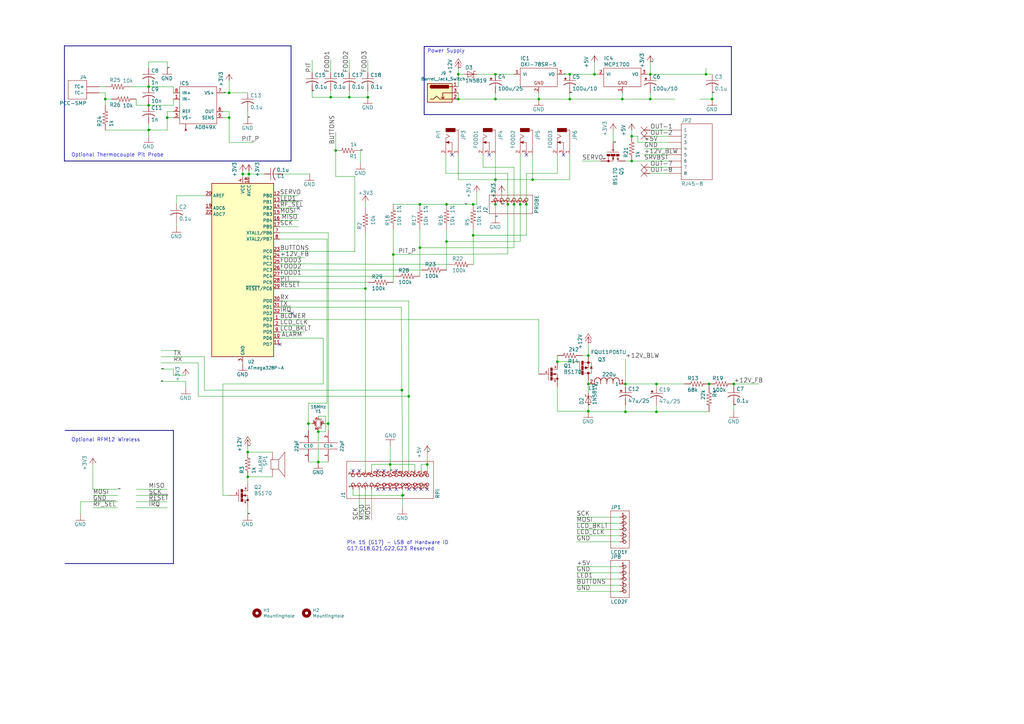
<source format=kicad_sch>
(kicad_sch (version 20231120) (generator "eeschema") (generator_version "8.0")
  (paper "A3")
  (junction (at 243.84 30.48))
  (junction (at 102.108 71.374))
  (junction (at 93.98 38.1))
  (junction (at 215.9 83.82))
  (junction (at 292.1 40.64))
  (junction (at 203.2 83.82))
  (junction (at 213.36 83.82))
  (junction (at 187.96 40.64))
  (junction (at 300.99 157.48))
  (junction (at 172.212 101.6))
  (junction (at 43.18 40.64))
  (junction (at 134.62 173.736))
  (junction (at 203.2 40.64))
  (junction (at 161.29 104.394))
  (junction (at 165.1 203.2))
  (junction (at 289.56 30.48))
  (junction (at 126.492 173.736))
  (junction (at 218.44 73.66))
  (junction (at 135.636 39.878))
  (junction (at 60.96 53.34))
  (junction (at 290.83 157.48))
  (junction (at 241.3 145.796))
  (junction (at 220.98 40.64))
  (junction (at 256.54 168.91))
  (junction (at 149.86 118.364))
  (junction (at 228.6 148.336))
  (junction (at 60.96 35.56))
  (junction (at 93.98 48.26))
  (junction (at 143.256 39.878))
  (junction (at 150.876 39.878))
  (junction (at 60.96 43.18))
  (junction (at 130.556 189.484))
  (junction (at 137.668 61.722))
  (junction (at 269.24 168.91))
  (junction (at 160.02 190.5))
  (junction (at 208.28 83.82))
  (junction (at 269.24 157.48))
  (junction (at 266.7 40.64))
  (junction (at 256.54 157.48))
  (junction (at 194.056 83.82))
  (junction (at 172.212 83.82))
  (junction (at 130.556 177.038))
  (junction (at 187.96 30.48))
  (junction (at 233.68 30.48))
  (junction (at 101.6 195.58))
  (junction (at 233.68 40.64))
  (junction (at 101.6 185.42))
  (junction (at 175.26 190.5))
  (junction (at 99.568 71.374))
  (junction (at 194.056 96.52))
  (junction (at 203.2 30.48))
  (junction (at 259.08 66.04))
  (junction (at 210.82 83.82))
  (junction (at 241.3 157.48))
  (junction (at 183.134 99.06))
  (junction (at 266.7 30.48))
  (junction (at 259.08 55.88))
  (junction (at 167.64 162.56))
  (junction (at 164.846 160.02))
  (junction (at 203.2 73.66))
  (junction (at 183.134 83.82))
  (junction (at 255.27 40.64))
  (junction (at 68.58 48.26))
  (junction (at 241.3 168.656))
  (no_connect (at 114.808 141.224))
  (no_connect (at 119.888 128.524))
  (no_connect (at 162.56 193.04))
  (no_connect (at 147.32 193.04))
  (no_connect (at 157.48 200.66))
  (no_connect (at 154.94 200.66))
  (no_connect (at 167.64 200.66))
  (no_connect (at 122.428 85.344))
  (no_connect (at 231.14 63.5))
  (no_connect (at 170.18 200.66))
  (no_connect (at 144.78 193.04))
  (no_connect (at 200.66 63.5))
  (no_connect (at 172.72 200.66))
  (no_connect (at 154.94 193.04))
  (no_connect (at 162.56 200.66))
  (no_connect (at 185.42 63.5))
  (no_connect (at 215.9 63.5))
  (no_connect (at 160.02 200.66))
  (no_connect (at 157.48 193.04))
  (no_connect (at 175.26 200.66))
  (wire (pts (xy 66.04 151.384) (xy 71.12 151.384)))
  (wire (pts (xy 71.12 48.26) (xy 68.58 48.26)))
  (wire (pts (xy 220.98 153.416) (xy 220.98 131.064)))
  (wire (pts (xy 66.04 156.464) (xy 76.2 156.464)))
  (wire (pts (xy 254.254 232.41) (xy 236.474 232.41)))
  (wire (pts (xy 274.32 55.88) (xy 266.7 55.88)))
  (bus (pts (xy 71.12 176.53) (xy 71.12 231.14)))
  (wire (pts (xy 128.016 39.878) (xy 135.636 39.878)))
  (wire (pts (xy 210.82 83.82) (xy 210.82 101.6)))
  (wire (pts (xy 164.846 160.02) (xy 165.1 193.04)))
  (wire (pts (xy 259.08 53.34) (xy 259.08 55.88)))
  (wire (pts (xy 150.876 37.338) (xy 150.876 39.878)))
  (wire (pts (xy 126.492 165.354) (xy 134.112 165.354)))
  (wire (pts (xy 182.88 63.5) (xy 182.88 71.12)))
  (wire (pts (xy 130.556 189.484) (xy 134.62 189.484)))
  (wire (pts (xy 145.542 103.124) (xy 114.808 103.124)))
  (wire (pts (xy 149.86 82.804) (xy 149.86 85.344)))
  (wire (pts (xy 203.2 40.64) (xy 220.98 40.64)))
  (wire (pts (xy 48.26 203.2) (xy 38.1 203.2)))
  (wire (pts (xy 274.32 68.58) (xy 266.7 68.58)))
  (wire (pts (xy 114.808 80.264) (xy 122.428 80.264)))
  (wire (pts (xy 128.016 29.718) (xy 128.016 24.638)))
  (wire (pts (xy 194.31 108.458) (xy 194.056 96.52)))
  (wire (pts (xy 101.6 195.58) (xy 101.6 198.12)))
  (wire (pts (xy 101.6 48.26) (xy 101.6 45.72)))
  (wire (pts (xy 187.96 73.66) (xy 187.96 63.5)))
  (wire (pts (xy 170.18 190.5) (xy 170.18 193.04)))
  (wire (pts (xy 289.56 27.94) (xy 289.56 30.48)))
  (wire (pts (xy 99.568 71.374) (xy 99.568 72.644)))
  (wire (pts (xy 150.876 29.718) (xy 150.876 24.638)))
  (wire (pts (xy 114.808 115.824) (xy 151.13 115.824)))
  (wire (pts (xy 60.96 25.4) (xy 60.96 27.94)))
  (wire (pts (xy 101.6 210.82) (xy 101.6 208.28)))
  (wire (pts (xy 160.02 190.5) (xy 170.18 190.5)))
  (wire (pts (xy 132.588 157.48) (xy 91.44 157.48)))
  (wire (pts (xy 172.212 83.82) (xy 183.134 83.82)))
  (wire (pts (xy 172.212 113.284) (xy 172.212 101.6)))
  (wire (pts (xy 161.29 93.98) (xy 161.29 104.394)))
  (wire (pts (xy 233.68 40.64) (xy 255.27 40.64)))
  (wire (pts (xy 102.108 70.104) (xy 102.108 71.374)))
  (wire (pts (xy 256.54 157.48) (xy 256.54 147.32)))
  (wire (pts (xy 150.876 39.878) (xy 143.256 39.878)))
  (wire (pts (xy 81.28 148.844) (xy 81.28 162.56)))
  (wire (pts (xy 187.96 30.48) (xy 187.96 35.56)))
  (wire (pts (xy 254.254 217.17) (xy 236.474 217.17)))
  (wire (pts (xy 208.28 83.82) (xy 208.28 104.14)))
  (wire (pts (xy 102.108 71.374) (xy 108.458 71.374)))
  (wire (pts (xy 114.808 82.804) (xy 122.428 82.804)))
  (wire (pts (xy 101.6 185.42) (xy 111.76 185.42)))
  (wire (pts (xy 269.24 166.37) (xy 269.24 168.91)))
  (wire (pts (xy 210.82 68.58) (xy 210.82 83.82)))
  (wire (pts (xy 213.36 83.82) (xy 213.36 99.06)))
  (wire (pts (xy 114.808 105.664) (xy 124.968 105.664)))
  (wire (pts (xy 160.02 190.5) (xy 152.4 190.5)))
  (bus (pts (xy 173.99 19.05) (xy 173.99 46.99)))
  (wire (pts (xy 72.39 80.264) (xy 84.328 80.264)))
  (wire (pts (xy 269.24 157.48) (xy 269.24 158.75)))
  (wire (pts (xy 149.86 200.66) (xy 149.86 213.36)))
  (wire (pts (xy 165.1 203.2) (xy 165.1 208.28)))
  (wire (pts (xy 265.43 30.48) (xy 266.7 30.48)))
  (wire (pts (xy 198.12 68.58) (xy 198.12 63.5)))
  (wire (pts (xy 114.808 136.144) (xy 124.968 136.144)))
  (wire (pts (xy 161.29 83.82) (xy 172.212 83.82)))
  (wire (pts (xy 254.254 242.57) (xy 236.474 242.57)))
  (wire (pts (xy 137.668 61.722) (xy 137.668 54.102)))
  (wire (pts (xy 172.72 190.5) (xy 172.72 193.04)))
  (wire (pts (xy 91.44 38.1) (xy 93.98 38.1)))
  (wire (pts (xy 114.808 125.984) (xy 164.592 125.984)))
  (wire (pts (xy 114.808 131.064) (xy 220.98 131.064)))
  (wire (pts (xy 104.14 58.42) (xy 93.98 58.42)))
  (wire (pts (xy 289.56 30.48) (xy 292.1 30.48)))
  (wire (pts (xy 203.2 88.9) (xy 203.2 83.82)))
  (wire (pts (xy 175.26 190.5) (xy 172.72 190.5)))
  (wire (pts (xy 236.22 148.336) (xy 228.6 148.336)))
  (wire (pts (xy 114.808 98.044) (xy 134.112 98.044)))
  (wire (pts (xy 256.54 158.496) (xy 256.54 157.48)))
  (wire (pts (xy 241.3 168.656) (xy 241.3 168.91)))
  (wire (pts (xy 167.64 123.444) (xy 167.64 162.56)))
  (wire (pts (xy 71.12 35.56) (xy 71.12 38.1)))
  (wire (pts (xy 228.6 71.12) (xy 228.6 63.5)))
  (wire (pts (xy 164.592 125.984) (xy 164.846 160.02)))
  (wire (pts (xy 266.7 40.64) (xy 266.7 38.1)))
  (wire (pts (xy 147.32 213.36) (xy 147.32 200.66)))
  (wire (pts (xy 203.2 73.66) (xy 187.96 73.66)))
  (wire (pts (xy 241.3 168.91) (xy 256.54 168.91)))
  (wire (pts (xy 241.3 145.796) (xy 238.76 145.796)))
  (wire (pts (xy 266.7 40.64) (xy 276.86 40.64)))
  (wire (pts (xy 183.134 83.82) (xy 194.056 83.82)))
  (wire (pts (xy 144.78 203.2) (xy 144.78 200.66)))
  (wire (pts (xy 187.96 40.64) (xy 203.2 40.64)))
  (wire (pts (xy 228.6 168.656) (xy 228.6 158.496)))
  (wire (pts (xy 135.636 39.878) (xy 143.256 39.878)))
  (wire (pts (xy 215.9 71.12) (xy 228.6 71.12)))
  (wire (pts (xy 55.88 43.18) (xy 60.96 43.18)))
  (bus (pts (xy 119.38 18.796) (xy 119.38 66.04)))
  (wire (pts (xy 167.64 104.394) (xy 208.28 104.14)))
  (bus (pts (xy 26.416 66.04) (xy 26.416 18.796)))
  (wire (pts (xy 114.808 87.884) (xy 122.428 87.884)))
  (wire (pts (xy 93.98 45.72) (xy 93.98 48.26)))
  (bus (pts (xy 26.416 18.796) (xy 119.38 18.796)))
  (wire (pts (xy 126.492 189.484) (xy 126.492 189.23)))
  (wire (pts (xy 203.2 38.1) (xy 203.2 40.64)))
  (wire (pts (xy 68.58 27.94) (xy 68.58 25.4)))
  (wire (pts (xy 256.54 166.116) (xy 256.54 168.91)))
  (wire (pts (xy 76.2 156.464) (xy 76.2 159.004)))
  (wire (pts (xy 137.668 72.39) (xy 137.668 61.722)))
  (wire (pts (xy 33.02 205.74) (xy 33.02 210.82)))
  (wire (pts (xy 111.76 195.58) (xy 101.6 195.58)))
  (wire (pts (xy 71.12 43.18) (xy 71.12 40.64)))
  (wire (pts (xy 254.254 222.25) (xy 236.474 222.25)))
  (wire (pts (xy 241.3 155.956) (xy 241.3 157.48)))
  (wire (pts (xy 256.54 157.48) (xy 269.24 157.48)))
  (wire (pts (xy 203.2 73.66) (xy 218.44 73.66)))
  (wire (pts (xy 274.32 53.34) (xy 266.7 53.34)))
  (wire (pts (xy 60.96 35.56) (xy 71.12 35.56)))
  (wire (pts (xy 147.828 61.722) (xy 147.828 66.802)))
  (wire (pts (xy 203.2 83.82) (xy 203.2 73.66)))
  (wire (pts (xy 194.056 93.98) (xy 194.056 96.52)))
  (wire (pts (xy 133.604 170.688) (xy 133.604 177.038)))
  (wire (pts (xy 172.212 93.98) (xy 172.212 101.6)))
  (wire (pts (xy 53.34 35.56) (xy 60.96 35.56)))
  (wire (pts (xy 130.556 177.038) (xy 130.556 176.276)))
  (wire (pts (xy 274.32 60.96) (xy 264.16 60.96)))
  (wire (pts (xy 48.26 208.28) (xy 38.1 208.28)))
  (wire (pts (xy 187.96 40.64) (xy 187.96 38.1)))
  (wire (pts (xy 256.54 66.04) (xy 259.08 66.04)))
  (wire (pts (xy 68.58 25.4) (xy 60.96 25.4)))
  (wire (pts (xy 48.26 205.74) (xy 33.02 205.74)))
  (wire (pts (xy 231.14 30.48) (xy 233.68 30.48)))
  (wire (pts (xy 241.3 157.48) (xy 241.3 161.29)))
  (wire (pts (xy 195.58 30.48) (xy 203.2 30.48)))
  (wire (pts (xy 60.96 55.88) (xy 60.96 53.34)))
  (wire (pts (xy 241.3 166.37) (xy 241.3 168.656)))
  (wire (pts (xy 99.568 149.352) (xy 99.568 148.844)))
  (wire (pts (xy 256.54 168.91) (xy 269.24 168.91)))
  (wire (pts (xy 161.29 115.824) (xy 161.29 104.394)))
  (wire (pts (xy 220.98 38.1) (xy 220.98 40.64)))
  (wire (pts (xy 251.46 58.42) (xy 251.46 53.34)))
  (wire (pts (xy 71.12 45.72) (xy 68.58 45.72)))
  (wire (pts (xy 114.808 110.744) (xy 172.974 110.744)))
  (wire (pts (xy 208.28 71.12) (xy 208.28 83.82)))
  (wire (pts (xy 290.83 168.91) (xy 290.83 168.656)))
  (wire (pts (xy 93.98 48.26) (xy 91.44 48.26)))
  (wire (pts (xy 233.68 73.66) (xy 233.68 63.5)))
  (wire (pts (xy 292.1 38.1) (xy 292.1 40.64)))
  (wire (pts (xy 99.568 70.104) (xy 99.568 71.374)))
  (wire (pts (xy 93.98 33.02) (xy 93.98 38.1)))
  (wire (pts (xy 274.32 58.42) (xy 261.62 58.42)))
  (wire (pts (xy 205.74 83.82) (xy 205.74 78.74)))
  (wire (pts (xy 228.6 148.336) (xy 228.6 145.796)))
  (wire (pts (xy 261.62 55.88) (xy 261.62 58.42)))
  (wire (pts (xy 269.24 157.48) (xy 280.67 157.48)))
  (wire (pts (xy 152.4 190.5) (xy 152.4 193.04)))
  (wire (pts (xy 134.62 95.504) (xy 134.62 173.736)))
  (wire (pts (xy 246.38 66.04) (xy 238.76 66.04)))
  (wire (pts (xy 114.808 138.684) (xy 132.588 138.684)))
  (wire (pts (xy 81.28 162.56) (xy 167.64 162.56)))
  (wire (pts (xy 66.04 148.844) (xy 81.28 148.844)))
  (wire (pts (xy 254.254 212.09) (xy 236.474 212.09)))
  (wire (pts (xy 243.84 25.4) (xy 243.84 30.48)))
  (wire (pts (xy 243.84 30.48) (xy 245.11 30.48)))
  (wire (pts (xy 160.02 190.5) (xy 160.02 182.88)))
  (wire (pts (xy 254.254 234.95) (xy 236.474 234.95)))
  (wire (pts (xy 215.9 71.12) (xy 215.9 83.82)))
  (wire (pts (xy 187.96 30.48) (xy 190.5 30.48)))
  (wire (pts (xy 126.492 173.736) (xy 126.492 176.53)))
  (wire (pts (xy 187.96 27.94) (xy 187.96 30.48)))
  (wire (pts (xy 55.88 203.2) (xy 68.58 203.2)))
  (wire (pts (xy 218.44 73.66) (xy 233.68 73.66)))
  (wire (pts (xy 93.98 38.1) (xy 101.6 38.1)))
  (wire (pts (xy 218.44 63.5) (xy 218.44 73.66)))
  (wire (pts (xy 43.18 40.64) (xy 45.72 40.64)))
  (wire (pts (xy 66.04 146.304) (xy 83.82 146.304)))
  (wire (pts (xy 160.02 193.04) (xy 160.02 190.5)))
  (wire (pts (xy 290.83 157.48) (xy 290.83 158.496)))
  (bus (pts (xy 299.974 46.99) (xy 299.974 19.05)))
  (wire (pts (xy 83.82 160.02) (xy 164.846 160.02)))
  (wire (pts (xy 255.27 40.64) (xy 266.7 40.64)))
  (wire (pts (xy 233.68 30.48) (xy 243.84 30.48)))
  (wire (pts (xy 254.254 237.49) (xy 236.474 237.49)))
  (wire (pts (xy 259.08 66.04) (xy 274.32 66.04)))
  (wire (pts (xy 126.492 173.736) (xy 128.016 173.736)))
  (wire (pts (xy 300.99 157.48) (xy 300.99 158.496)))
  (wire (pts (xy 71.12 153.924) (xy 76.2 153.924)))
  (wire (pts (xy 38.1 200.66) (xy 38.1 190.5)))
  (wire (pts (xy 167.64 162.56) (xy 167.64 193.04)))
  (wire (pts (xy 210.82 68.58) (xy 198.12 68.58)))
  (wire (pts (xy 134.112 165.354) (xy 134.112 98.044)))
  (wire (pts (xy 143.256 37.338) (xy 143.256 39.878)))
  (wire (pts (xy 195.58 83.82) (xy 195.58 78.74)))
  (wire (pts (xy 266.7 30.48) (xy 289.56 30.48)))
  (wire (pts (xy 40.64 38.1) (xy 43.18 38.1)))
  (bus (pts (xy 173.99 46.99) (xy 299.974 46.99)))
  (wire (pts (xy 101.6 182.88) (xy 101.6 185.42)))
  (wire (pts (xy 145.542 72.39) (xy 137.668 72.39)))
  (wire (pts (xy 213.36 63.5) (xy 213.36 83.82)))
  (wire (pts (xy 133.604 170.688) (xy 130.556 170.688)))
  (wire (pts (xy 60.96 53.34) (xy 43.18 53.34)))
  (wire (pts (xy 55.88 208.28) (xy 68.58 208.28)))
  (wire (pts (xy 194.056 96.52) (xy 215.9 96.52)))
  (wire (pts (xy 194.056 83.82) (xy 195.58 83.82)))
  (wire (pts (xy 132.588 138.684) (xy 132.588 157.48)))
  (wire (pts (xy 60.96 53.34) (xy 60.96 50.8)))
  (wire (pts (xy 114.808 90.424) (xy 122.428 90.424)))
  (wire (pts (xy 241.3 140.716) (xy 241.3 145.796)))
  (wire (pts (xy 130.556 189.484) (xy 126.492 189.484)))
  (wire (pts (xy 175.26 185.42) (xy 175.26 190.5)))
  (wire (pts (xy 55.88 205.74) (xy 68.58 205.74)))
  (wire (pts (xy 241.3 168.656) (xy 228.6 168.656)))
  (wire (pts (xy 134.62 189.484) (xy 134.62 189.23)))
  (wire (pts (xy 114.808 123.444) (xy 167.64 123.444)))
  (wire (pts (xy 66.04 143.764) (xy 73.66 143.764)))
  (wire (pts (xy 72.39 80.264) (xy 72.39 83.82)))
  (wire (pts (xy 203.2 63.5) (xy 203.2 73.66)))
  (wire (pts (xy 254.254 240.03) (xy 236.474 240.03)))
  (wire (pts (xy 60.96 43.18) (xy 71.12 43.18)))
  (wire (pts (xy 91.44 157.48) (xy 91.44 203.2)))
  (wire (pts (xy 175.26 190.5) (xy 175.26 193.04)))
  (wire (pts (xy 68.58 45.72) (xy 68.58 48.26)))
  (wire (pts (xy 91.44 203.2) (xy 93.98 203.2)))
  (wire (pts (xy 114.808 85.344) (xy 122.428 85.344)))
  (wire (pts (xy 114.808 113.284) (xy 162.052 113.284)))
  (wire (pts (xy 266.7 25.4) (xy 266.7 30.48)))
  (wire (pts (xy 48.26 200.66) (xy 38.1 200.66)))
  (wire (pts (xy 152.4 200.66) (xy 152.4 213.36)))
  (wire (pts (xy 274.32 63.5) (xy 264.16 63.5)))
  (wire (pts (xy 183.134 99.06) (xy 213.36 99.06)))
  (wire (pts (xy 68.58 48.26) (xy 68.58 53.34)))
  (wire (pts (xy 165.1 203.2) (xy 165.1 200.66)))
  (wire (pts (xy 134.62 173.736) (xy 134.62 176.53)))
  (wire (pts (xy 135.636 29.718) (xy 135.636 24.638)))
  (bus (pts (xy 26.67 176.53) (xy 71.12 176.53)))
  (wire (pts (xy 128.016 37.338) (xy 128.016 39.878)))
  (wire (pts (xy 233.68 38.1) (xy 233.68 40.64)))
  (wire (pts (xy 165.1 203.2) (xy 144.78 203.2)))
  (wire (pts (xy 133.604 177.038) (xy 130.556 177.038)))
  (wire (pts (xy 83.82 146.304) (xy 83.82 160.02)))
  (wire (pts (xy 184.15 108.458) (xy 114.808 108.204)))
  (wire (pts (xy 130.556 170.688) (xy 130.556 171.196)))
  (wire (pts (xy 72.39 91.44) (xy 72.39 92.71)))
  (wire (pts (xy 133.096 173.736) (xy 134.62 173.736)))
  (wire (pts (xy 203.2 30.48) (xy 210.82 30.48)))
  (wire (pts (xy 255.27 38.1) (xy 255.27 40.64)))
  (wire (pts (xy 182.88 71.12) (xy 208.28 71.12)))
  (wire (pts (xy 149.86 118.364) (xy 149.86 193.04)))
  (wire (pts (xy 126.492 165.354) (xy 126.492 173.736)))
  (wire (pts (xy 43.18 38.1) (xy 43.18 40.64)))
  (wire (pts (xy 55.88 40.64) (xy 55.88 43.18)))
  (wire (pts (xy 149.86 118.364) (xy 149.86 95.504)))
  (wire (pts (xy 143.256 29.718) (xy 143.256 24.638)))
  (wire (pts (xy 215.9 83.82) (xy 215.9 96.52)))
  (wire (pts (xy 114.808 118.364) (xy 149.86 118.364)))
  (wire (pts (xy 161.29 104.394) (xy 167.64 104.394)))
  (wire (pts (xy 114.808 95.504) (xy 134.62 95.504)))
  (wire (pts (xy 99.568 71.374) (xy 102.108 71.374)))
  (wire (pts (xy 300.99 157.48) (xy 311.15 157.48)))
  (wire (pts (xy 183.134 110.744) (xy 183.134 99.06)))
  (wire (pts (xy 40.64 35.56) (xy 43.18 35.56)))
  (wire (pts (xy 102.108 71.374) (xy 102.108 72.644)))
  (bus (pts (xy 119.38 66.04) (xy 26.416 66.04)))
  (wire (pts (xy 269.24 168.91) (xy 290.83 168.91)))
  (wire (pts (xy 300.99 166.116) (xy 300.99 168.656)))
  (wire (pts (xy 172.212 101.6) (xy 210.82 101.6)))
  (wire (pts (xy 114.808 128.524) (xy 119.888 128.524)))
  (wire (pts (xy 292.1 40.64) (xy 287.02 40.64)))
  (wire (pts (xy 130.556 177.038) (xy 130.556 189.484)))
  (wire (pts (xy 220.98 40.64) (xy 233.68 40.64)))
  (wire (pts (xy 259.08 55.88) (xy 261.62 55.88)))
  (wire (pts (xy 183.134 93.98) (xy 183.134 99.06)))
  (wire (pts (xy 127 71.374) (xy 116.078 71.374)))
  (bus (pts (xy 71.12 231.14) (xy 26.67 231.14)))
  (bus (pts (xy 299.974 19.05) (xy 173.99 19.05)))
  (wire (pts (xy 254.254 214.63) (xy 236.474 214.63)))
  (wire (pts (xy 124.968 133.604) (xy 114.808 133.604)))
  (wire (pts (xy 55.88 200.66) (xy 68.58 200.66)))
  (wire (pts (xy 71.12 151.384) (xy 71.12 153.924)))
  (wire (pts (xy 91.44 45.72) (xy 93.98 45.72)))
  (wire (pts (xy 145.542 72.39) (xy 145.542 103.124)))
  (wire (pts (xy 68.58 53.34) (xy 60.96 53.34)))
  (wire (pts (xy 114.808 92.964) (xy 122.428 92.964)))
  (wire (pts (xy 93.98 48.26) (xy 93.98 58.42)))
  (wire (pts (xy 43.18 40.64) (xy 43.18 43.18)))
  (wire (pts (xy 274.32 71.12) (xy 266.7 71.12)))
  (wire (pts (xy 254.254 219.71) (xy 236.474 219.71)))
  (wire (pts (xy 135.636 37.338) (xy 135.636 39.878)))
  (text "Optional RFM12 Wireless" (at 29.21 181.356 0) (effects (font (size 1.4986 1.4986)) (justify left bottom)))
  (text "Optional Thermocouple Pit Probe" (at 29.21 64.516 0) (effects (font (size 1.4986 1.4986)) (justify left bottom)))
  (text "Pin 15 (G17) - LSB of Hardware ID" (at 142.24 223.52 0) (effects (font (size 1.4986 1.4986)) (justify left bottom)))
  (text "Power Supply" (at 175.26 21.844 0) (effects (font (size 1.4986 1.4986)) (justify left bottom)))
  (text "G17,G18,G21,G22,G23 Reserved" (at 142.24 226.06 0) (effects (font (size 1.4986 1.4986)) (justify left bottom)))
  (label "+5V" (at 231.14 30.48 0) (effects (font (size 0.254 0.254))))
  (label "~{IRQ}" (at 114.808 128.524 0) (effects (font (size 1.778 1.778))))
  (label "FOOD3" (at 114.808 108.204 0) (effects (font (size 1.778 1.778))))
  (label "GND" (at 236.474 242.57 0) (effects (font (size 1.778 1.778))))
  (label "+5V" (at 236.474 232.41 0) (effects (font (size 1.778 1.778))))
  (label "TX" (at 71.12 146.304 0) (effects (font (size 1.778 1.778))))
  (label "GND" (at 68.58 27.94 0) (effects (font (size 0.254 0.254))))
  (label "MISO" (at 149.86 213.36 90) (effects (font (size 1.778 1.778))))
  (label "GND" (at 236.474 234.95 0) (effects (font (size 1.778 1.778))))
  (label "+3V3" (at 91.44 38.1 0) (effects (font (size 0.254 0.254))))
  (label "GND" (at 233.68 38.1 0) (effects (font (size 0.254 0.254))))
  (label "GND" (at 292.1 38.1 0) (effects (font (size 0.254 0.254))))
  (label "+3V3" (at 266.7 25.4 0) (effects (font (size 0.254 0.254))))
  (label "GND" (at 264.16 60.96 0) (effects (font (size 1.778 1.778))))
  (label "PIT_P" (at 163.322 104.394 0) (effects (font (size 1.778 1.778))))
  (label "GND" (at 66.04 156.464 0) (effects (font (size 0.254 0.254))))
  (label "SCK" (at 60.96 203.2 0) (effects (font (size 1.778 1.778))))
  (label "BUTTONS" (at 137.668 59.182 90) (effects (font (size 1.778 1.778))))
  (label "BUTTONS" (at 114.808 103.124 0) (effects (font (size 1.778 1.778))))
  (label "+5V" (at 264.16 58.42 0) (effects (font (size 1.778 1.778))))
  (label "RX" (at 114.808 123.444 0) (effects (font (size 1.778 1.778))))
  (label "GND" (at 160.02 193.04 0) (effects (font (size 0.254 0.254))))
  (label "GND" (at 101.6 48.26 0) (effects (font (size 0.254 0.254))))
  (label "OUT-1" (at 266.7 53.34 0) (effects (font (size 1.778 1.778))))
  (label "SCK" (at 147.32 213.36 90) (effects (font (size 1.778 1.778))))
  (label "ALARM" (at 115.443 138.684 0) (effects (font (size 1.778 1.778))))
  (label "GND" (at 165.1 203.2 0) (effects (font (size 0.254 0.254))))
  (label "~{RESET}" (at 60.96 205.74 0) (effects (font (size 1.778 1.778))))
  (label "GND" (at 101.6 210.82 0) (effects (font (size 0.254 0.254))))
  (label "LCD_CLK" (at 236.474 219.71 0) (effects (font (size 1.778 1.778))))
  (label "+12V" (at 101.6 182.88 0) (effects (font (size 0.254 0.254))))
  (label "MOSI" (at 38.1 203.2 0) (effects (font (size 1.778 1.778))))
  (label "MISO" (at 115.443 90.424 0) (effects (font (size 1.778 1.778))))
  (label "FOOD1" (at 135.636 29.718 90) (effects (font (size 1.778 1.778))))
  (label "+5V" (at 175.26 185.42 0) (effects (font (size 0.254 0.254))))
  (label "+12V" (at 241.3 140.716 0) (effects (font (size 0.254 0.254))))
  (label "GND" (at 241.3 166.116 0) (effects (font (size 0.254 0.254))))
  (label "GND" (at 236.474 222.25 0) (effects (font (size 1.778 1.778))))
  (label "BUTTONS" (at 236.474 240.03 0) (effects (font (size 1.778 1.778))))
  (label "SERVO" (at 114.808 80.264 0) (effects (font (size 1.778 1.778))))
  (label "PIT" (at 128.016 29.718 90) (effects (font (size 1.778 1.778))))
  (label "LED1" (at 114.808 82.804 0) (effects (font (size 1.778 1.778))))
  (label "RX" (at 71.12 148.844 0) (effects (font (size 1.778 1.778))))
  (label "OUT-2" (at 266.7 55.88 0) (effects (font (size 1.778 1.778))))
  (label "MOSI" (at 152.4 213.36 90) (effects (font (size 1.778 1.778))))
  (label "LCD_CLK" (at 114.808 133.604 0) (effects (font (size 1.778 1.778))))
  (label "+3V3" (at 190.5 83.82 0) (effects (font (size 0.254 0.254))))
  (label "~{RESET}" (at 114.808 118.364 0) (effects (font (size 1.778 1.778))))
  (label "+12V_FB" (at 114.808 105.664 0) (effects (font (size 1.778 1.778))))
  (label "TX" (at 114.808 125.984 0) (effects (font (size 1.778 1.778))))
  (label "+3V3" (at 48.26 200.66 0) (effects (font (size 0.254 0.254))))
  (label "~{IRQ}" (at 60.96 208.28 0) (effects (font (size 1.778 1.778))))
  (label "FOOD2" (at 143.256 29.718 90) (effects (font (size 1.778 1.778))))
  (label "MOSI" (at 114.808 87.884 0) (effects (font (size 1.778 1.778))))
  (label "LED1" (at 236.474 237.49 0) (effects (font (size 1.778 1.778))))
  (label "~{RF_SEL}" (at 114.808 85.344 0) (effects (font (size 1.778 1.778))))
  (label "LCD_BKLT" (at 114.808 136.144 0) (effects (font (size 1.778 1.778))))
  (label "SCK" (at 236.474 212.09 0) (effects (font (size 1.778 1.778))))
  (label "SERVO" (at 238.76 66.04 0) (effects (font (size 1.778 1.778))))
  (label "GND" (at 128.016 37.338 0) (effects (font (size 0.254 0.254))))
  (label "~{RF_SEL}" (at 38.1 208.28 0) (effects (font (size 1.778 1.778))))
  (label "PIT_P" (at 99.06 58.42 0) (effects (font (size 1.778 1.778))))
  (label "+12V_BLW" (at 256.54 147.32 0) (effects (font (size 1.778 1.778))))
  (label "+12V" (at 187.96 27.94 0) (effects (font (size 0.254 0.254))))
  (label "OUT-7" (at 266.7 68.58 0) (effects (font (size 1.778 1.778))))
  (label "+3V3" (at 205.74 83.82 0) (effects (font (size 0.254 0.254))))
  (label "SCK" (at 114.808 92.964 0) (effects (font (size 1.778 1.778))))
  (label "BLOWER" (at 114.808 131.064 0) (effects (font (size 1.778 1.778))))
  (label "+12V_FB" (at 300.99 157.48 0) (effects (font (size 1.778 1.778))))
  (label "FOOD1" (at 114.808 113.284 0) (effects (font (size 1.778 1.778))))
  (label "OUT-8" (at 266.7 71.12 0) (effects (font (size 1.778 1.778))))
  (label "+3V3" (at 66.04 151.384 0) (effects (font (size 0.254 0.254))))
  (label "+12V_BLW" (at 264.16 63.5 0) (effects (font (size 1.778 1.778))))
  (label "FOOD3" (at 150.876 29.718 90) (effects (font (size 1.778 1.778))))
  (label "PIT" (at 114.808 115.824 0) (effects (font (size 1.778 1.778))))
  (label "GND" (at 38.1 205.74 0) (effects (font (size 1.778 1.778))))
  (label "+3V3" (at 251.46 58.42 0) (effects (font (size 0.254 0.254))))
  (label "GND" (at 203.2 88.9 0) (effects (font (size 0.254 0.254))))
  (label "MOSI" (at 236.474 214.63 0) (effects (font (size 1.778 1.778))))
  (label "SRVBST" (at 264.16 66.04 0) (effects (font (size 1.778 1.778))))
  (label "GND" (at 300.99 166.116 0) (effects (font (size 0.254 0.254))))
  (label "GND" (at 60.96 53.34 0) (effects (font (size 0.254 0.254))))
  (label "MISO" (at 60.96 200.66 0) (effects (font (size 1.778 1.778))))
  (label "FOOD2" (at 114.808 110.744 0) (effects (font (size 1.778 1.778))))
  (label "GND" (at 147.828 61.722 0) (effects (font (size 0.254 0.254))))
  (label "LCD_BKLT" (at 236.474 217.17 0) (effects (font (size 1.778 1.778))))
  (symbol (lib_id "HeaterMeterPI-eagle-import:R-US_0207_2V") (at 194.056 88.9 90) (unit 1)
    (property "Reference" "R5" (at 192.5574 92.71 0) (effects (font (size 1.4986 1.4986)) (justify left bottom)))
    (property "Value" "10k 1%" (at 197.358 92.71 0) (effects (font (size 1.4986 1.4986)) (justify left bottom)))
    (property "Footprint" "Resistor_SMD:R_0603_1608Metric_Pad0.98x0.95mm_HandSolder" (effects (hide yes)))
  )
  (symbol (lib_id "HeaterMeterPI-eagle-import:AUDIO-MONOCUI") (at 185.42 55.88 270) (unit 1)
    (property "Reference" "JP3" (at 189.23 53.34 0) (effects (font (size 1.4986 1.4986)) (justify left bottom)))
    (property "Value" "PIT" (at 179.07 53.34 0) (effects (font (size 1.4986 1.4986)) (justify left bottom)))
    (property "Footprint" "HeaterMeterPI:CUI-MJ1-2503A" (effects (hide yes)))
  )
  (symbol (lib_id "HeaterMeterPI-eagle-import:1N5819") (at 241.3 163.83 90) (unit 1)
    (property "Reference" "D2" (at 239.395 166.116 0) (effects (font (size 1.4986 1.4986)) (justify left bottom)))
    (property "Value" "1N5819" (at 244.729 166.116 0) (effects (font (size 1.4986 1.4986)) (justify left bottom)))
    (property "Footprint" "Diode_THT:D_DO-201AD_P12.70mm_Horizontal" (effects (hide yes)))
  )
  (symbol (lib_id "HeaterMeterPI-eagle-import:GND") (at 203.2 91.44 0) (unit 1)
    (property "Reference" "#GND016" (effects (hide yes)))
    (property "Value" "GND" (at 200.66 93.98 0) (effects (font (size 1.4986 1.4986)) (justify left bottom)))
  )
  (symbol (lib_id "HeaterMeterPI-eagle-import:AUDIO-MONOCUI") (at 215.9 55.88 270) (unit 1)
    (property "Reference" "JP5" (at 219.71 53.34 0) (effects (font (size 1.4986 1.4986)) (justify left bottom)))
    (property "Value" "FOOD2" (at 209.55 53.34 0) (effects (font (size 1.4986 1.4986)) (justify left bottom)))
    (property "Footprint" "HeaterMeterPI:CUI-MJ1-2503A" (effects (hide yes)))
  )
  (symbol (lib_id "HeaterMeterPI-eagle-import:THERMOCOUPLE") (at 35.56 35.56 0) (mirror y) (unit 1)
    (property "Reference" "J4" (at 35.56 32.512 0) (effects (font (size 1.4986 1.4986)) (justify left bottom)))
    (property "Value" "PCC-SMP" (at 35.56 43.18 0) (effects (font (size 1.4986 1.4986)) (justify left bottom)))
    (property "Footprint" "HeaterMeterPI:PCC-SMP" (effects (hide yes)))
  )
  (symbol (lib_id "HeaterMeterPI-eagle-import:GND") (at 101.6 213.36 0) (unit 1)
    (property "Reference" "#GND018" (effects (hide yes)))
    (property "Value" "GND" (at 99.06 215.9 0) (effects (font (size 1.4986 1.4986)) (justify left bottom)))
  )
  (symbol (lib_id "HeaterMeterPI-eagle-import:GND") (at 165.1 210.82 0) (unit 1)
    (property "Reference" "#GND03" (effects (hide yes)))
    (property "Value" "GND" (at 162.56 213.36 0) (effects (font (size 1.4986 1.4986)) (justify left bottom)))
  )
  (symbol (lib_id "HeaterMeterPI-eagle-import:MOSFET-P") (at 238.76 150.876 0) (unit 1)
    (property "Reference" "Q3" (at 245.11 148.336 0) (effects (font (size 1.4986 1.4986)) (justify left bottom)))
    (property "Value" "FQU11P06TU" (at 242.316 145.288 0) (effects (font (size 1.4986 1.4986)) (justify left bottom)))
    (property "Footprint" "HeaterMeterPI:TO251" (effects (hide yes)))
  )
  (symbol (lib_id "HeaterMeterPI-eagle-import:BS170") (at 226.06 153.416 0) (unit 1)
    (property "Reference" "Q1" (at 231.14 150.876 0) (effects (font (size 1.4986 1.4986)) (justify left bottom)))
    (property "Value" "BS170" (at 231.14 153.416 0) (effects (font (size 1.4986 1.4986)) (justify left bottom)))
    (property "Footprint" "HeaterMeterPI:SOT54E" (effects (hide yes)))
  )
  (symbol (lib_id "HeaterMeterPI-eagle-import:AUDIO-MONOCUI") (at 231.14 55.88 270) (unit 1)
    (property "Reference" "JP6" (at 234.95 53.34 0) (effects (font (size 1.4986 1.4986)) (justify left bottom)))
    (property "Value" "FOOD3" (at 224.79 53.34 0) (effects (font (size 1.4986 1.4986)) (justify left bottom)))
    (property "Footprint" "HeaterMeterPI:CUI-MJ1-2503A" (effects (hide yes)))
  )
  (symbol (lib_id "HeaterMeterPI-eagle-import:R-US_0204_7") (at 101.6 190.5 90) (unit 1)
    (property "Reference" "R3" (at 100.1014 194.31 0) (effects (font (size 1.4986 1.4986)) (justify left bottom)))
    (property "Value" "1k" (at 104.902 194.31 0) (effects (font (size 1.4986 1.4986)) (justify left bottom)))
    (property "Footprint" "Resistor_SMD:R_0603_1608Metric_Pad0.98x0.95mm_HandSolder" (effects (hide yes)))
  )
  (symbol (lib_id "HeaterMeterPI-eagle-import:SPEAKER_AL11P") (at 111.76 190.5 270) (unit 1)
    (property "Reference" "SP1" (at 107.95 186.69 0) (effects (font (size 1.4986 1.4986)) (justify left bottom)))
    (property "Value" "ALARM" (at 106.045 186.69 0) (effects (font (size 1.4986 1.4986)) (justify left bottom)))
    (property "Footprint" "HeaterMeterPI:AL11P" (effects (hide yes)))
  )
  (symbol (lib_id "HeaterMeterPI-eagle-import:+3V3") (at 76.2 151.384 0) (unit 1)
    (property "Reference" "#+3V04" (effects (hide yes)))
    (property "Value" "+3V3" (at 73.66 156.464 90) (effects (font (size 1.4986 1.4986)) (justify left bottom)))
  )
  (symbol (lib_id "HeaterMeterPI-eagle-import:FRAME_A_L") (at 22.86 231.14 0) (unit 1)
    (property "Reference" "#FRAME2" (effects (hide yes)))
    (property "Value" "FRAME" (effects (hide yes)))
  )
  (symbol (lib_id "HeaterMeterPI-eagle-import:PINHD-1X5") (at 256.794 217.17 0) (unit 1)
    (property "Reference" "JP1" (at 250.444 208.915 0) (effects (font (size 1.4986 1.4986)) (justify left bottom)))
    (property "Value" "LCD1F" (at 250.444 227.33 0) (effects (font (size 1.4986 1.4986)) (justify left bottom)))
    (property "Footprint" "HeaterMeterPI:1X05" (effects (hide yes)))
  )
  (symbol (lib_id "Digikey:60B154C") (at 241.3 157.48 0) (unit 1)
    (property "Reference" "L1" (at 241.3 160.02 0) (effects (font (size 1.4986 1.4986)) (justify left bottom)))
    (property "Value" "220u" (at 246.888 154.432 0) (effects (font (size 1.4986 1.4986)) (justify left bottom)))
    (property "Footprint" "HeaterMeterPI:MSS1278T" (effects (hide yes)))
    (property "Datasheet" "60B154C" (effects (hide yes)))
  )
  (symbol (lib_id "HeaterMeterPI-eagle-import:CPOL-USE2.5-6") (at 203.2 33.02 0) (unit 1)
    (property "Reference" "C4" (at 204.216 32.385 0) (effects (font (size 1.4986 1.4986)) (justify left bottom)))
    (property "Value" "100u/25" (at 204.216 37.211 0) (effects (font (size 1.4986 1.4986)) (justify left bottom)))
    (property "Footprint" "HeaterMeterPI:E2,5-6" (effects (hide yes)))
  )
  (symbol (lib_id "HeaterMeterPI-eagle-import:+5V") (at 259.08 50.8 0) (unit 1)
    (property "Reference" "#P+04" (effects (hide yes)))
    (property "Value" "+5V" (at 256.54 55.88 90) (effects (font (size 1.4986 1.4986)) (justify left bottom)))
  )
  (symbol (lib_id "HeaterMeterPI-eagle-import:GND") (at 150.876 42.418 0) (unit 1)
    (property "Reference" "#GND02" (effects (hide yes)))
    (property "Value" "GND" (at 148.336 44.958 0) (effects (font (size 1.4986 1.4986)) (justify left bottom)))
  )
  (symbol (lib_id "HeaterMeterPI-eagle-import:+12V") (at 101.6 180.34 0) (unit 1)
    (property "Reference" "#P+03" (effects (hide yes)))
    (property "Value" "+12V" (at 99.06 185.42 90) (effects (font (size 1.4986 1.4986)) (justify left bottom)))
  )
  (symbol (lib_id "HeaterMeterPI-eagle-import:R-US_0204_7") (at 295.91 157.48 0) (unit 1)
    (property "Reference" "R19" (at 292.1 155.9814 0) (effects (font (size 1.4986 1.4986)) (justify left bottom)))
    (property "Value" "100k" (at 292.1 160.782 0) (effects (font (size 1.4986 1.4986)) (justify left bottom)))
    (property "Footprint" "Resistor_SMD:R_0603_1608Metric_Pad0.98x0.95mm_HandSolder" (effects (hide yes)))
  )
  (symbol (lib_id "HeaterMeterPI-eagle-import:C-USC0805") (at 101.6 40.64 0) (unit 1)
    (property "Reference" "C13" (at 102.616 40.005 0) (effects (font (size 1.4986 1.4986)) (justify left bottom)))
    (property "Value" "0.1u" (at 102.616 44.831 0) (effects (font (size 1.4986 1.4986)) (justify left bottom)))
    (property "Footprint" "HeaterMeterPI:C0805" (effects (hide yes)))
  )
  (symbol (lib_id "HeaterMeterPI-eagle-import:+3V3") (at 195.58 76.2 0) (unit 1)
    (property "Reference" "#+3V05" (effects (hide yes)))
    (property "Value" "+3V3" (at 193.04 81.28 90) (effects (font (size 1.4986 1.4986)) (justify left bottom)))
  )
  (symbol (lib_id "HeaterMeterPI-eagle-import:GND") (at 241.3 171.196 0) (unit 1)
    (property "Reference" "#GND011" (effects (hide yes)))
    (property "Value" "GND" (at 238.76 173.736 0) (effects (font (size 1.4986 1.4986)) (justify left bottom)))
  )
  (symbol (lib_id "HeaterMeterPI-eagle-import:R-US_0207_2V") (at 183.134 88.9 90) (unit 1)
    (property "Reference" "R16" (at 181.6354 92.71 0) (effects (font (size 1.4986 1.4986)) (justify left bottom)))
    (property "Value" "10k 1%" (at 186.436 92.71 0) (effects (font (size 1.4986 1.4986)) (justify left bottom)))
    (property "Footprint" "Resistor_SMD:R_0603_1608Metric_Pad0.98x0.95mm_HandSolder" (effects (hide yes)))
  )
  (symbol (lib_id "HeaterMeterPI-eagle-import:R-US_0204_7") (at 285.75 157.48 0) (unit 1)
    (property "Reference" "R13" (at 281.94 155.9814 0) (effects (font (size 1.4986 1.4986)) (justify left bottom)))
    (property "Value" "68k" (at 281.94 160.782 0) (effects (font (size 1.4986 1.4986)) (justify left bottom)))
    (property "Footprint" "Resistor_SMD:R_0603_1608Metric_Pad0.98x0.95mm_HandSolder" (effects (hide yes)))
  )
  (symbol (lib_id "HeaterMeterPI-eagle-import:R-US_R0805") (at 50.8 40.64 180) (unit 1)
    (property "Reference" "R26" (at 49.53 42.1386 0) (effects (font (size 1.4986 1.4986)) (justify left bottom)))
    (property "Value" "10k" (at 54.61 42.418 0) (effects (font (size 1.4986 1.4986)) (justify left bottom)))
    (property "Footprint" "Resistor_SMD:R_0603_1608Metric_Pad0.98x0.95mm_HandSolder" (effects (hide yes)))
  )
  (symbol (lib_id "Connector:Barrel_Jack_Switch") (at 180.34 38.1 0) (unit 1)
    (property "Reference" "J9" (at 181.7878 30.0482 0))
    (property "Value" "Barrel_Jack_Switch" (at 181.7878 32.3596 0))
    (property "Footprint" "Connector_BarrelJack:BarrelJack_Horizontal" (effects (hide yes)))
  )
  (symbol (lib_id "Mechanical:MountingHole") (at 105.41 251.46 0) (unit 1)
    (property "Reference" "H1" (at 107.95 250.2916 0) (effects (justify left)))
    (property "Value" "MountingHole" (at 107.95 252.603 0) (effects (justify left)))
    (property "Footprint" "MountingHole:MountingHole_3.2mm_M3_ISO14580" (effects (hide yes)))
  )
  (symbol (lib_id "Mechanical:MountingHole") (at 125.73 251.46 0) (unit 1)
    (property "Reference" "H2" (at 128.27 250.2916 0) (effects (justify left)))
    (property "Value" "MountingHole" (at 128.27 252.603 0) (effects (justify left)))
    (property "Footprint" "MountingHole:MountingHole_3.2mm_M3_ISO14580" (effects (hide yes)))
  )
  (symbol (lib_id "HeaterMeterPI-eagle-import:C-US025-025X050") (at 143.256 32.258 0) (unit 1)
    (property "Reference" "C17" (at 144.272 31.623 0) (effects (font (size 1.4986 1.4986)) (justify left bottom)))
    (property "Value" "0.1u" (at 144.272 36.449 0) (effects (font (size 1.4986 1.4986)) (justify left bottom)))
    (property "Footprint" "HeaterMeterPI:C025-025X050" (effects (hide yes)))
  )
  (symbol (lib_id "HeaterMeterPI-eagle-import:+12V") (at 241.3 138.176 0) (unit 1)
    (property "Reference" "#P+02" (effects (hide yes)))
    (property "Value" "+12V" (at 238.76 143.256 90) (effects (font (size 1.4986 1.4986)) (justify left bottom)))
  )
  (symbol (lib_id "HeaterMeterPI-eagle-import:THROUGH-HOLE") (at 264.16 55.88 180) (unit 1)
    (property "Reference" "U$4" (effects (hide yes)))
    (property "Value" "THROUGH-HOLE" (effects (hide yes)))
    (property "Footprint" "HeaterMeterPI:PAD-032" (effects (hide yes)))
  )
  (symbol (lib_id "HeaterMeterPI-eagle-import:C-USC0805") (at 60.96 30.48 0) (unit 1)
    (property "Reference" "C8" (at 61.976 29.845 0) (effects (font (size 1.4986 1.4986)) (justify left bottom)))
    (property "Value" "1n" (at 61.976 34.671 0) (effects (font (size 1.4986 1.4986)) (justify left bottom)))
    (property "Footprint" "HeaterMeterPI:C0805" (effects (hide yes)))
  )
  (symbol (lib_id "HeaterMeterPI-eagle-import:R-US_0207_2V") (at 178.054 110.744 0) (unit 1)
    (property "Reference" "R23" (at 174.244 109.2454 0) (effects (font (size 1.4986 1.4986)) (justify left bottom)))
    (property "Value" "100k" (at 174.244 114.046 0) (effects (font (size 1.4986 1.4986)) (justify left bottom)))
    (property "Footprint" "Resistor_SMD:R_0603_1608Metric_Pad0.98x0.95mm_HandSolder" (effects (hide yes)))
  )
  (symbol (lib_id "HeaterMeterPI-eagle-import:+5V") (at 175.26 182.88 0) (unit 1)
    (property "Reference" "#P+01" (effects (hide yes)))
    (property "Value" "+5V" (at 172.72 187.96 90) (effects (font (size 1.4986 1.4986)) (justify left bottom)))
  )
  (symbol (lib_id "HeaterMeterPI-eagle-import:R-US_0207_2V") (at 172.212 88.9 90) (unit 1)
    (property "Reference" "R17" (at 170.7134 92.71 0) (effects (font (size 1.4986 1.4986)) (justify left bottom)))
    (property "Value" "10k 1%" (at 175.514 92.71 0) (effects (font (size 1.4986 1.4986)) (justify left bottom)))
    (property "Footprint" "Resistor_SMD:R_0603_1608Metric_Pad0.98x0.95mm_HandSolder" (effects (hide yes)))
  )
  (symbol (lib_id "HeaterMeterPI-eagle-import:THROUGH-HOLE") (at 264.16 53.34 180) (unit 1)
    (property "Reference" "U$3" (effects (hide yes)))
    (property "Value" "THROUGH-HOLE" (effects (hide yes)))
    (property "Footprint" "HeaterMeterPI:PAD-032" (effects (hide yes)))
  )
  (symbol (lib_id "HeaterMeterPI-eagle-import:CPOL-USE2.5-5") (at 266.7 33.02 0) (unit 1)
    (property "Reference" "C6" (at 267.716 32.385 0) (effects (font (size 1.4986 1.4986)) (justify left bottom)))
    (property "Value" "100u/10" (at 267.716 37.211 0) (effects (font (size 1.4986 1.4986)) (justify left bottom)))
    (property "Footprint" "HeaterMeterPI:E2,5-5" (effects (hide yes)))
  )
  (symbol (lib_id "HeaterMeterPI-eagle-import:GND") (at 147.828 69.342 0) (unit 1)
    (property "Reference" "#GND015" (effects (hide yes)))
    (property "Value" "GND" (at 145.288 71.882 0) (effects (font (size 1.4986 1.4986)) (justify left bottom)))
  )
  (symbol (lib_id "HeaterMeterPI-eagle-import:+3V3") (at 205.74 76.2 0) (unit 1)
    (property "Reference" "#+3V06" (effects (hide yes)))
    (property "Value" "+3V3" (at 203.2 81.28 90) (effects (font (size 1.4986 1.4986)) (justify left bottom)))
  )
  (symbol (lib_id "HeaterMeterPI-eagle-import:C-US025-025X050") (at 135.636 32.258 0) (unit 1)
    (property "Reference" "C16" (at 136.652 31.623 0) (effects (font (size 1.4986 1.4986)) (justify left bottom)))
    (property "Value" "0.1u" (at 136.652 36.449 0) (effects (font (size 1.4986 1.4986)) (justify left bottom)))
    (property "Footprint" "HeaterMeterPI:C025-025X050" (effects (hide yes)))
  )
  (symbol (lib_id "HeaterMeterPI-eagle-import:+3V3") (at 93.98 30.48 0) (unit 1)
    (property "Reference" "#+3V08" (effects (hide yes)))
    (property "Value" "+3V3" (at 91.44 35.56 90) (effects (font (size 1.4986 1.4986)) (justify left bottom)))
  )
  (symbol (lib_id "HeaterMeterPI-eagle-import:R-US_0204_7") (at 290.83 163.576 270) (unit 1)
    (property "Reference" "R4" (at 292.3286 159.766 0) (effects (font (size 1.4986 1.4986)) (justify left bottom)))
    (property "Value" "22k" (at 287.528 159.766 0) (effects (font (size 1.4986 1.4986)) (justify left bottom)))
    (property "Footprint" "Resistor_SMD:R_0603_1608Metric_Pad0.98x0.95mm_HandSolder" (effects (hide yes)))
  )
  (symbol (lib_id "HeaterMeterPI-eagle-import:+3V3") (at 266.7 22.86 0) (unit 1)
    (property "Reference" "#+3V01" (effects (hide yes)))
    (property "Value" "+3V3" (at 264.16 27.94 90) (effects (font (size 1.4986 1.4986)) (justify left bottom)))
  )
  (symbol (lib_id "HeaterMeterPI-eagle-import:+3V3") (at 102.108 67.564 0) (mirror y) (unit 1)
    (property "Reference" "#+3V02" (effects (hide yes)))
    (property "Value" "+3V3" (at 104.648 72.644 90) (effects (font (size 1.4986 1.4986)) (justify left bottom)))
  )
  (symbol (lib_id "HeaterMeterPI-eagle-import:C-USC0805") (at 60.96 38.1 0) (unit 1)
    (property "Reference" "C9" (at 61.976 37.465 0) (effects (font (size 1.4986 1.4986)) (justify left bottom)))
    (property "Value" "10n" (at 61.976 42.291 0) (effects (font (size 1.4986 1.4986)) (justify left bottom)))
    (property "Footprint" "HeaterMeterPI:C0805" (effects (hide yes)))
  )
  (symbol (lib_id "HeaterMeterPI-eagle-import:THROUGH-HOLE") (at 264.16 68.58 180) (unit 1)
    (property "Reference" "U$2" (effects (hide yes)))
    (property "Value" "THROUGH-HOLE" (effects (hide yes)))
    (property "Footprint" "HeaterMeterPI:PAD-032" (effects (hide yes)))
  )
  (symbol (lib_id "HeaterMeterPI-eagle-import:THROUGH-HOLE") (at 264.16 71.12 180) (unit 1)
    (property "Reference" "U$1" (effects (hide yes)))
    (property "Value" "THROUGH-HOLE" (effects (hide yes)))
    (property "Footprint" "HeaterMeterPI:PAD-032" (effects (hide yes)))
  )
  (symbol (lib_id "HeaterMeterPI-eagle-import:C-US025-025X050") (at 110.998 71.374 90) (unit 1)
    (property "Reference" "C1" (at 116.84 71.374 90) (effects (font (size 1.4986 1.4986)) (justify left bottom)))
    (property "Value" "0.1u" (at 118.618 68.834 90) (effects (font (size 1.4986 1.4986)) (justify left bottom)))
    (property "Footprint" "Capacitor_SMD:C_0603_1608Metric_Pad1.08x0.95mm_HandSolder" (effects (hide yes)))
  )
  (symbol (lib_id "HeaterMeterPI-eagle-import:GND") (at 33.02 213.36 0) (unit 1)
    (property "Reference" "#GND012" (effects (hide yes)))
    (property "Value" "GND" (at 30.48 215.9 0) (effects (font (size 1.4986 1.4986)) (justify left bottom)))
  )
  (symbol (lib_id "HeaterMeterPI-eagle-import:GND") (at 292.1 43.18 0) (unit 1)
    (property "Reference" "#GND01" (effects (hide yes)))
    (property "Value" "GND" (at 289.56 45.72 0) (effects (font (size 1.4986 1.4986)) (justify left bottom)))
  )
  (symbol (lib_id "HeaterMeterPI-eagle-import:R-US_0204_7") (at 259.08 60.96 90) (unit 1)
    (property "Reference" "R21" (at 257.5814 64.77 0) (effects (font (size 1.4986 1.4986)) (justify left bottom)))
    (property "Value" "1k" (at 262.382 64.77 0) (effects (font (size 1.4986 1.4986)) (justify left bottom)))
    (property "Footprint" "Resistor_SMD:R_0603_1608Metric_Pad0.98x0.95mm_HandSolder" (effects (hide yes)))
  )
  (symbol (lib_id "HeaterMeterPI-eagle-import:C-USC0805") (at 60.96 45.72 0) (unit 1)
    (property "Reference" "C11" (at 61.976 45.085 0) (effects (font (size 1.4986 1.4986)) (justify left bottom)))
    (property "Value" "1n" (at 61.976 49.911 0) (effects (font (size 1.4986 1.4986)) (justify left bottom)))
    (property "Footprint" "HeaterMeterPI:C0805" (effects (hide yes)))
  )
  (symbol (lib_id "HeaterMeterPI-eagle-import:R-US_0207_2V") (at 167.132 113.284 0) (unit 1)
    (property "Reference" "R28" (at 163.322 111.7854 0) (effects (font (size 1.4986 1.4986)) (justify left bottom)))
    (property "Value" "100k" (at 163.322 116.586 0) (effects (font (size 1.4986 1.4986)) (justify left bottom)))
    (property "Footprint" "Resistor_SMD:R_0603_1608Metric_Pad0.98x0.95mm_HandSolder" (effects (hide yes)))
  )
  (symbol (lib_id "HeaterMeterPI-eagle-import:R-US_0207_2V") (at 189.23 108.458 0) (unit 1)
    (property "Reference" "R22" (at 185.42 106.9594 0) (effects (font (size 1.4986 1.4986)) (justify left bottom)))
    (property "Value" "100k" (at 185.42 111.76 0) (effects (font (size 1.4986 1.4986)) (justify left bottom)))
    (property "Footprint" "Resistor_SMD:R_0603_1608Metric_Pad0.98x0.95mm_HandSolder" (effects (hide yes)))
  )
  (symbol (lib_id "HeaterMeterPI-eagle-import:CPOL-USE2.5-5") (at 256.54 161.036 0) (unit 1)
    (property "Reference" "C12" (at 257.556 160.401 0) (effects (font (size 1.4986 1.4986)) (justify left bottom)))
    (property "Value" "47u/25" (at 257.556 165.227 0) (effects (font (size 1.4986 1.4986)) (justify left bottom)))
    (property "Footprint" "HeaterMeterPI:E2,5-5" (effects (hide yes)))
  )
  (symbol (lib_id "HeaterMeterPI-eagle-import:PINHD-1X6") (at 210.82 81.28 90) (unit 1)
    (property "Reference" "J2" (at 200.025 87.63 0) (effects (font (size 1.4986 1.4986)) (justify left bottom)))
    (property "Value" "PROBE" (at 220.98 87.63 0) (effects (font (size 1.4986 1.4986)) (justify left bottom)))
    (property "Footprint" "HeaterMeterPI:1X06" (effects (hide yes)))
  )
  (symbol (lib_id "HeaterMeterPI-eagle-import:BS170") (at 251.46 63.5 270) (unit 1)
    (property "Reference" "Q5" (at 254 68.58 0) (effects (font (size 1.4986 1.4986)) (justify left bottom)))
    (property "Value" "BS170" (at 251.46 68.58 0) (effects (font (size 1.4986 1.4986)) (justify left bottom)))
    (property "Footprint" "HeaterMeterPI:SOT54E" (effects (hide yes)))
  )
  (symbol (lib_id "HeaterMeterPI-eagle-import:+3V3") (at 99.568 67.564 0) (unit 1)
    (property "Reference" "#+3V07" (effects (hide yes)))
    (property "Value" "+3V3" (at 97.028 72.644 90) (effects (font (size 1.4986 1.4986)) (justify left bottom)))
  )
  (symbol (lib_id "HeaterMeterPI-eagle-import:PINHD-2X13") (at 160.02 198.12 90) (unit 1)
    (property "Reference" "J1" (at 141.605 204.47 0) (effects (font (size 1.4986 1.4986)) (justify left bottom)))
    (property "Value" "RPi" (at 180.34 204.47 0) (effects (font (size 1.4986 1.4986)) (justify left bottom)))
    (property "Footprint" "HeaterMeterPI:2X13" (effects (hide yes)))
  )
  (symbol (lib_id "HeaterMeterPI-eagle-import:+3V3") (at 251.46 50.8 0) (unit 1)
    (property "Reference" "#+3V011" (effects (hide yes)))
    (property "Value" "+3V3" (at 248.92 55.88 90) (effects (font (size 1.4986 1.4986)) (justify left bottom)))
  )
  (symbol (lib_id "HeaterMeterPI-eagle-import:C-US025-025X050") (at 292.1 33.02 0) (unit 1)
    (property "Reference" "C3" (at 293.116 32.385 0) (effects (font (size 1.4986 1.4986)) (justify left bottom)))
    (property "Value" "0.1u" (at 293.116 37.211 0) (effects (font (size 1.4986 1.4986)) (justify left bottom)))
    (property "Footprint" "Capacitor_SMD:C_0603_1608Metric_Pad1.08x0.95mm_HandSolder" (effects (hide yes)))
  )
  (symbol (lib_id "HeaterMeterPI-eagle-import:GND") (at 76.2 161.544 0) (unit 1)
    (property "Reference" "#GND014" (effects (hide yes)))
    (property "Value" "GND" (at 73.66 164.084 0) (effects (font (size 1.4986 1.4986)) (justify left bottom)))
  )
  (symbol (lib_id "HeaterMeterPI-eagle-import:RJ45-8") (at 284.48 60.96 0) (unit 1)
    (property "Reference" "JP2" (at 279.4 50.292 0) (effects (font (size 1.4986 1.4986)) (justify left bottom)))
    (property "Value" "RJ45-8" (at 279.4 76.2 0) (effects (font (size 1.4986 1.4986)) (justify left bottom)))
    (property "Footprint" "HeaterMeterPI:RJ45-8-1H" (effects (hide yes)))
  )
  (symbol (lib_id "HeaterMeterPI-eagle-import:C-US025-025X050") (at 150.876 32.258 0) (unit 1)
    (property "Reference" "C18" (at 151.892 31.623 0) (effects (font (size 1.4986 1.4986)) (justify left bottom)))
    (property "Value" "0.1u" (at 151.892 36.449 0) (effects (font (size 1.4986 1.4986)) (justify left bottom)))
    (property "Footprint" "HeaterMeterPI:C025-025X050" (effects (hide yes)))
  )
  (symbol (lib_id "HeaterMeterPI-eagle-import:+5V") (at 243.84 22.86 0) (unit 1)
    (property "Reference" "#P+012" (effects (hide yes)))
    (property "Value" "+5V" (at 241.3 27.94 90) (effects (font (size 1.4986 1.4986)) (justify left bottom)))
  )
  (symbol (lib_id "HeaterMeterPI-eagle-import:GND") (at 60.96 58.42 0) (unit 1)
    (property "Reference" "#GND07" (effects (hide yes)))
    (property "Value" "GND" (at 58.42 60.96 0) (effects (font (size 1.4986 1.4986)) (justify left bottom)))
  )
  (symbol (lib_id "HeaterMeterPI-eagle-import:R-US_R0805") (at 48.26 35.56 180) (unit 1)
    (property "Reference" "R25" (at 49.53 31.9786 0) (effects (font (size 1.4986 1.4986)) (justify left bottom)))
    (property "Value" "10k" (at 54.61 32.258 0) (effects (font (size 1.4986 1.4986)) (justify left bottom)))
    (property "Footprint" "Resistor_SMD:R_0603_1608Metric_Pad0.98x0.95mm_HandSolder" (effects (hide yes)))
  )
  (symbol (lib_id "HeaterMeterPI-eagle-import:GND") (at 300.99 171.196 0) (unit 1)
    (property "Reference" "#GND017" (effects (hide yes)))
    (property "Value" "GND" (at 298.45 173.736 0) (effects (font (size 1.4986 1.4986)) (justify left bottom)))
  )
  (symbol (lib_id "HeaterMeterPI-eagle-import:R-US_0204_7") (at 142.748 61.722 180) (unit 1)
    (property "Reference" "R1" (at 146.558 63.2206 0) (effects (font (size 1.4986 1.4986)) (justify left bottom)))
    (property "Value" "1k" (at 146.558 58.42 0) (effects (font (size 1.4986 1.4986)) (justify left bottom)))
    (property "Footprint" "Resistor_SMD:R_0603_1608Metric_Pad0.98x0.95mm_HandSolder" (effects (hide yes)))
  )
  (symbol (lib_id "HeaterMeterPI-eagle-import:CPOL-USE2.5-5") (at 233.68 33.02 0) (unit 1)
    (property "Reference" "C5" (at 234.696 32.385 0) (effects (font (size 1.4986 1.4986)) (justify left bottom)))
    (property "Value" "100u/10" (at 234.696 37.211 0) (effects (font (size 1.4986 1.4986)) (justify left bottom)))
    (property "Footprint" "HeaterMeterPI:E2,5-5" (effects (hide yes)))
  )
  (symbol (lib_id "HeaterMeterPI-eagle-import:C-US025-025X050") (at 128.016 32.258 0) (unit 1)
    (property "Reference" "C15" (at 129.032 31.623 0) (effects (font (size 1.4986 1.4986)) (justify left bottom)))
    (property "Value" "0.1u" (at 129.032 36.449 0) (effects (font (size 1.4986 1.4986)) (justify left bottom)))
    (property "Footprint" "HeaterMeterPI:C025-025X050" (effects (hide yes)))
  )
  (symbol (lib_id "HeaterMeterPI-eagle-import:OKI-78SR-H") (at 220.98 30.48 0) (unit 1)
    (property "Reference" "IC1" (at 213.36 24.765 0) (effects (font (size 1.4986 1.4986)) (justify left bottom)))
    (property "Value" "OKI-78SR-5" (at 213.36 27.305 0) (effects (font (size 1.4986 1.4986)) (justify left bottom)))
    (property "Footprint" "HeaterMeterPI:TO220HMURATA" (effects (hide yes)))
  )
  (symbol (lib_id "HeaterMeterPI-eagle-import:PINHD-1X5") (at 256.794 237.49 0) (unit 1)
    (property "Reference" "JP8" (at 250.444 229.235 0) (effects (font (size 1.4986 1.4986)) (justify left bottom)))
    (property "Value" "LCD2F" (at 250.444 247.65 0) (effects (font (size 1.4986 1.4986)) (justify left bottom)))
    (property "Footprint" "HeaterMeterPI:1X05" (effects (hide yes)))
  )
  (symbol (lib_id "HeaterMeterPI-eagle-import:GND") (at 101.6 50.8 0) (unit 1)
    (property "Reference" "#GND08" (effects (hide yes)))
    (property "Value" "GND" (at 99.06 53.34 0) (effects (font (size 1.4986 1.4986)) (justify left bottom)))
  )
  (symbol (lib_id "HeaterMeterPI-eagle-import:C-US025-025X050") (at 300.99 161.036 0) (unit 1)
    (property "Reference" "C7" (at 302.006 160.401 0) (effects (font (size 1.4986 1.4986)) (justify left bottom)))
    (property "Value" "0.1u" (at 302.006 165.227 0) (effects (font (size 1.4986 1.4986)) (justify left bottom)))
    (property "Footprint" "HeaterMeterPI:C025-025X050" (effects (hide yes)))
  )
  (symbol (lib_id "HeaterMeterPI-eagle-import:+3V3") (at 38.1 187.96 0) (unit 1)
    (property "Reference" "#+3V03" (effects (hide yes)))
    (property "Value" "+3V3" (at 35.56 193.04 90) (effects (font (size 1.4986 1.4986)) (justify left bottom)))
  )
  (symbol (lib_id "HeaterMeterPI-eagle-import:AD849X") (at 81.28 43.18 0) (unit 1)
    (property "Reference" "IC5" (at 73.66 35.052 0) (effects (font (size 1.4986 1.4986)) (justify left bottom)))
    (property "Value" "AD849X" (at 88.646 51.308 0) (effects (font (size 1.4986 1.4986)) (justify right top)))
    (property "Footprint" "HeaterMeterPI:MSOP8" (effects (hide yes)))
  )
  (symbol (lib_id "HeaterMeterPI-eagle-import:1N5819") (at 193.04 30.48 0) (unit 1)
    (property "Reference" "D3" (at 190.754 28.575 0) (effects (font (size 1.4986 1.4986)) (justify left bottom)))
    (property "Value" "1N5819" (at 190.754 33.909 0) (effects (font (size 1.4986 1.4986)) (justify left bottom)))
    (property "Footprint" "HeaterMeterPI:DO41-7" (effects (hide yes)))
  )
  (symbol (lib_id "HeaterMeterPI-eagle-import:C-US025-025X050") (at 72.39 86.36 0) (unit 1)
    (property "Reference" "C2" (at 73.406 85.725 0) (effects (font (size 1.4986 1.4986)) (justify left bottom)))
    (property "Value" "0.1u" (at 73.406 90.551 0) (effects (font (size 1.4986 1.4986)) (justify left bottom)))
    (property "Footprint" "Capacitor_SMD:C_0603_1608Metric_Pad1.08x0.95mm_HandSolder" (effects (hide yes)))
  )
  (symbol (lib_id "HeaterMeterPI-eagle-import:AUDIO-MONOCUI") (at 200.66 55.88 270) (unit 1)
    (property "Reference" "JP4" (at 204.47 53.34 0) (effects (font (size 1.4986 1.4986)) (justify left bottom)))
    (property "Value" "FOOD1" (at 194.31 53.34 0) (effects (font (size 1.4986 1.4986)) (justify left bottom)))
    (property "Footprint" "HeaterMeterPI:CUI-MJ1-2503A" (effects (hide yes)))
  )
  (symbol (lib_id "HeaterMeterPI-eagle-import:GND") (at 160.02 180.34 180) (unit 1)
    (property "Reference" "#GND019" (effects (hide yes)))
    (property "Value" "GND" (at 162.56 177.8 0) (effects (font (size 1.4986 1.4986)) (justify left bottom)))
  )
  (symbol (lib_id "HeaterMeterPI-eagle-import:R-US_R0805") (at 43.18 48.26 90) (unit 1)
    (property "Reference" "R24" (at 41.6814 52.07 0) (effects (font (size 1.4986 1.4986)) (justify left bottom)))
    (property "Value" "1k" (at 46.482 52.07 0) (effects (font (size 1.4986 1.4986)) (justify left bottom)))
    (property "Footprint" "Resistor_SMD:R_0603_1608Metric_Pad0.98x0.95mm_HandSolder" (effects (hide yes)))
  )
  (symbol (lib_id "HeaterMeterPI-eagle-import:GND") (at 220.98 43.18 0) (unit 1)
    (property "Reference" "#GND06" (effects (hide yes)))
    (property "Value" "GND" (at 218.44 45.72 0) (effects (font (size 1.4986 1.4986)) (justify left bottom)))
  )
  (symbol (lib_id "HeaterMeterPI-eagle-import:MCP1700") (at 255.27 30.48 0) (unit 1)
    (property "Reference" "IC4" (at 247.65 24.765 0) (effects (font (size 1.4986 1.4986)) (justify left bottom)))
    (property "Value" "MCP1700" (at 247.65 27.305 0) (effects (font (size 1.4986 1.4986)) (justify left bottom)))
    (property "Footprint" "HeaterMeterPI:TO92" (effects (hide yes)))
  )
  (symbol (lib_id "HeaterMeterPI-eagle-import:+12V") (at 187.96 25.4 0) (unit 1)
    (property "Reference" "#P+07" (effects (hide yes)))
    (property "Value" "+12V" (at 185.42 30.48 90) (effects (font (size 1.4986 1.4986)) (justify left bottom)))
  )
  (symbol (lib_id "HeaterMeterPI-eagle-import:BS170") (at 99.06 203.2 0) (unit 1)
    (property "Reference" "Q2" (at 104.14 200.66 0) (effects (font (size 1.4986 1.4986)) (justify left bottom)))
    (property "Value" "BS170" (at 104.14 203.2 0) (effects (font (size 1.4986 1.4986)) (justify left bottom)))
    (property "Footprint" "HeaterMeterPI:SOT54E" (effects (hide yes)))
  )
  (symbol (lib_id "HeaterMeterPI-eagle-import:R-US_0207_2V") (at 161.29 88.9 90) (unit 1)
    (property "Reference" "R18" (at 159.7914 92.71 0) (effects (font (size 1.4986 1.4986)) (justify left bottom)))
    (property "Value" "10k 1%" (at 164.592 92.71 0) (effects (font (size 1.4986 1.4986)) (justify left bottom)))
    (property "Footprint" "Resistor_SMD:R_0603_1608Metric_Pad0.98x0.95mm_HandSolder" (effects (hide yes)))
  )
  (symbol (lib_id "HeaterMeterPI-eagle-import:R-US_0204_7") (at 233.68 145.796 180) (unit 1)
    (property "Reference" "R14" (at 237.49 147.2946 0) (effects (font (size 1.4986 1.4986)) (justify left bottom)))
    (property "Value" "2k2" (at 237.49 142.494 0) (effects (font (size 1.4986 1.4986)) (justify left bottom)))
    (property "Footprint" "Resistor_SMD:R_0603_1608Metric_Pad0.98x0.95mm_HandSolder" (effects (hide yes)))
  )
  (symbol (lib_id "HeaterMeterPI-eagle-import:GND") (at 68.58 30.48 0) (unit 1)
    (property "Reference" "#GND09" (effects (hide yes)))
    (property "Value" "GND" (at 66.04 33.02 0) (effects (font (size 1.4986 1.4986)) (justify left bottom)))
  )
  (symbol (lib_id "HeaterMeterPI-eagle-import:R-US_0207_2V") (at 156.21 115.824 0) (unit 1)
    (property "Reference" "R29" (at 152.4 114.3254 0) (effects (font (size 1.4986 1.4986)) (justify left bottom)))
    (property "Value" "100k" (at 152.4 119.126 0) (effects (font (size 1.4986 1.4986)) (justify left bottom)))
    (property "Footprint" "Resistor_SMD:R_0603_1608Metric_Pad0.98x0.95mm_HandSolder" (effects (hide yes)))
  )
  (symbol (lib_id "HeaterMeterPI-eagle-import:GND") (at 127 73.914 0) (unit 1)
    (property "Reference" "#GND05" (effects (hide yes)))
    (property "Value" "GND" (at 124.46 76.454 0) (effects (font (size 1.4986 1.4986)) (justify left bottom)))
  )
  (symbol (lib_id "Device:Crystal_GND24_Small") (at 130.556 173.736 0) (mirror y) (unit 1)
    (property "Reference" "Y1" (at 130.556 168.656 0))
    (property "Value" "16MHz" (at 130.556 166.878 0))
    (property "Footprint" "Crystal:Crystal_SMD_3225-4Pin_3.2x2.5mm" (effects (hide yes)))
  )
  (symbol (lib_id "HeaterMeterPI-eagle-import:+3V3") (at 149.86 80.264 0) (unit 1)
    (property "Reference" "#+3V09" (effects (hide yes)))
    (property "Value" "+3V3" (at 146.812 80.01 0) (effects (font (size 1.4986 1.4986)) (justify left bottom)))
  )
  (symbol (lib_id "HeaterMeterPI-eagle-import:GND") (at 72.39 95.25 0) (unit 1)
    (property "Reference" "#GND04" (effects (hide yes)))
    (property "Value" "GND" (at 69.85 97.79 0) (effects (font (size 1.4986 1.4986)) (justify left bottom)))
  )
  (symbol (lib_id "HeaterMeterPI-eagle-import:R-US_0204_7") (at 149.86 90.424 90) (unit 1)
    (property "Reference" "R2" (at 148.3614 94.234 0) (effects (font (size 1.4986 1.4986)) (justify left bottom)))
    (property "Value" "10k" (at 153.924 92.456 0) (effects (font (size 1.4986 1.4986)) (justify left bottom)))
    (property "Footprint" "Resistor_SMD:R_0603_1608Metric_Pad0.98x0.95mm_HandSolder" (effects (hide yes)))
  )
  (symbol (lib_id "HeaterMeterPI-eagle-import:CPOL-USE2.5-5") (at 269.24 161.29 0) (unit 1)
    (property "Reference" "C19" (at 270.256 160.655 0) (effects (font (size 1.4986 1.4986)) (justify left bottom)))
    (property "Value" "47u/25" (at 270.256 165.481 0) (effects (font (size 1.4986 1.4986)) (justify left bottom)))
    (property "Footprint" "HeaterMeterPI:E2,5-5" (effects (hide yes)))
  )
  (symbol (lib_id "HeaterMeterPI-eagle-import:GND") (at 130.556 192.024 0) (unit 1)
    (property "Reference" "#GND013" (effects (hide yes)))
    (property "Value" "GND" (at 128.016 194.564 0) (effects (font (size 1.4986 1.4986)) (justify left bottom)))
  )
  (symbol (lib_id "pspice:CAP") (at 134.62 182.88 180) (unit 1)
    (property "Reference" "C14" (at 134.62 182.88 0))
    (property "Value" "22pF" (at 140.208 182.88 90))
    (property "Footprint" "Capacitor_SMD:C_0402_1005Metric_Pad0.74x0.62mm_HandSolder" (effects (hide yes)))
  )
  (symbol (lib_id "pspice:CAP") (at 126.492 182.88 180) (unit 1)
    (property "Reference" "C10" (at 126.492 182.88 0))
    (property "Value" "22pF" (at 121.6461 182.88 90))
    (property "Footprint" "Capacitor_SMD:C_0402_1005Metric_Pad0.74x0.62mm_HandSolder" (effects (hide yes)))
  )
  (symbol (lib_id "MCU_Microchip_ATmega:ATmega328P-A") (at 99.568 110.744 0) (unit 1)
    (property "Reference" "U2" (at 101.5874 148.3344 0) (effects (justify left)))
    (property "Value" "ATmega328P-A" (at 101.5874 150.8713 0) (effects (justify left)))
    (property "Footprint" "Package_QFP:TQFP-32_7x7mm_P0.8mm" (effects (hide yes)))
    (property "Datasheet" "http://ww1.microchip.com/downloads/en/DeviceDoc/ATmega328_P%20AVR%20MCU%20with%20picoPower%20Technology%20Data%20Sheet%2040001984A.pdf" (effects (hide yes)))
  )
  (symbol (lib_id "HeaterMeterPI-eagle-import:GND") (at 99.568 151.892 0) (unit 1)
    (property "Reference" "#GND010" (effects (hide yes)))
    (property "Value" "GND" (at 97.028 154.432 0) (effects (font (size 1.4986 1.4986)) (justify left bottom)))
  )
)
</source>
